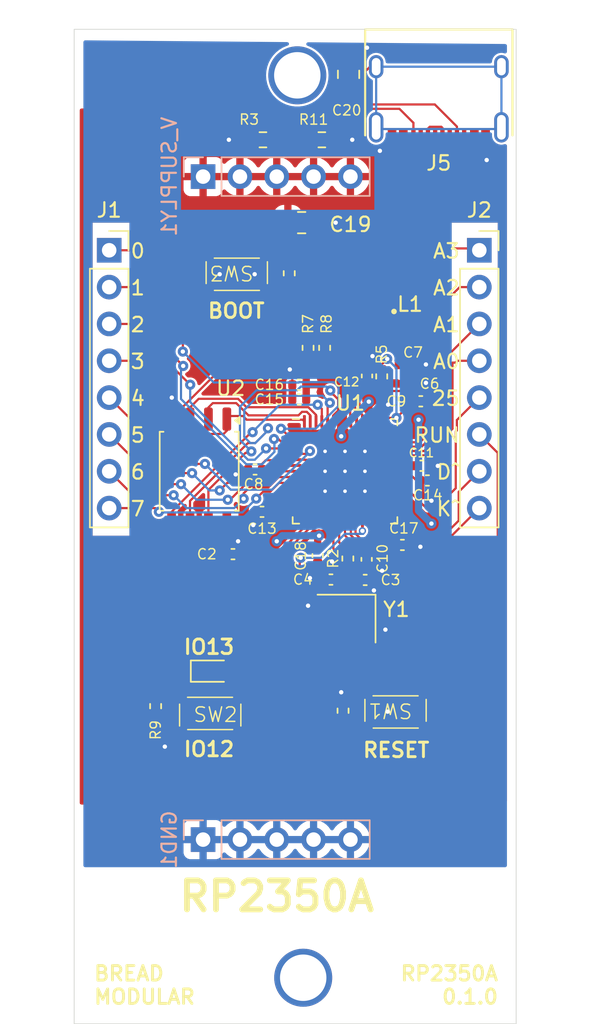
<source format=kicad_pcb>
(kicad_pcb (version 20240108) (generator "pcbnew") (generator_version "8.0")
  (layers (0 "F.Cu" signal) (31 "B.Cu" signal) (34 "B.Paste" user) (35 "F.Paste" user) (36 "B.SilkS" user "B.Silkscreen") (37 "F.SilkS" user "F.Silkscreen") (38 "B.Mask" user) (39 "F.Mask" user) (44 "Edge.Cuts" user))
  (net 0 "")
  (net 1 "GND")
  (net 2 "+3V3")
  (net 3 "/XIN")
  (net 4 "Net-(C4-Pad1)")
  (net 5 "+1V1")
  (net 6 "/VREG_AVDD")
  (net 7 "Net-(J5-SHIELD)")
  (net 8 "Net-(D1-K)")
  (net 11 "/GPIO12")
  (net 12 "/GPIO13")
  (net 13 "/GPIO5")
  (net 14 "/GPIO1")
  (net 15 "/GPIO4")
  (net 19 "/GPIO3")
  (net 20 "/GPIO0")
  (net 21 "/GPIO7")
  (net 22 "/GPIO6")
  (net 23 "/GPIO2")
  (net 25 "/GPIO28_ADC2")
  (net 27 "/GPIO26_ADC0")
  (net 28 "/GPIO25")
  (net 31 "/SWCLK")
  (net 32 "/RUN")
  (net 35 "/GPIO29_ADC3")
  (net 37 "/SWD")
  (net 38 "/GPIO27_ADC1")
  (net 40 "USB_D+")
  (net 41 "USB_D-")
  (net 42 "Net-(J5-VBUS-PadA4)")
  (net 43 "Net-(J5-CC2)")
  (net 44 "Net-(J5-CC1)")
  (net 45 "/VREG_LX")
  (net 46 "QSPI_SS")
  (net 47 "/XOUT")
  (net 48 "Net-(SW1-A)")
  (net 49 "/~{USB_BOOT}")
  (net 50 "Net-(U1-USB_DP)")
  (net 51 "Net-(U1-USB_DM)")
  (net 52 "/QSPI_SD0")
  (net 54 "/QSPI_SD1")
  (net 55 "/QSPI_SD3")
  (net 56 "/QSPI_SCLK")
  (net 57 "/QSPI_SD2")
  (footprint "Resistor_SMD:R_0402_1005Metric" (layer "F.Cu") (at 52.606 87.317 90)
    (property "Reference" "R9")
    (property "Value" "1k")
  )
  (footprint "Resistor_SMD:R_0402_1005Metric" (layer "F.Cu") (at 61.821 57.467 90)
    (property "Reference" "R6")
    (property "Value" "1k")
  )
  (footprint "LED_SMD:LED_0603_1608Metric" (layer "F.Cu") (at 56.5175 84.902)
    (property "Reference" "D1")
    (property "Value" "LED")
  )
  (footprint "RP2350_60QFN_minimal:C_0402_1005Metric_small_pads" (layer "F.Cu") (at 69.843 63.814)
    (property "Reference" "C7")
    (property "Value" "4.7u")
  )
  (footprint "BreadModular_MISC:K2-1808SN-A4SW-01" (layer "F.Cu") (at 56.308 87.907)
    (property "Reference" "SW2")
    (property "Value" "K2-1808SN-A4SW-01")
  )
  (footprint "BreadModular_MISC:K2-1808SN-A4SW-01" (layer "F.Cu") (at 58.265 57.447 180)
    (property "Reference" "SW3")
    (property "Value" "K2-1808SN-A4SW-01")
  )
  (footprint "Capacitor_SMD:C_0402_1005Metric" (layer "F.Cu") (at 70.894 66.294)
    (property "Reference" "C9")
    (property "Value" "4.7u")
  )
  (footprint "RP2350_60QFN_minimal:RP2350-QFN-60-1EP_7x7_P0.4mm_EP3.4x3.4mm_ThermalVias" (layer "F.Cu") (at 65.6675 71.12)
    (property "Reference" "U1")
    (property "Value" "RP2350_60QFN")
  )
  (footprint "Capacitor_SMD:C_0402_1005Metric" (layer "F.Cu") (at 62.512 66.167 180)
    (property "Reference" "C15")
    (property "Value" "100n")
  )
  (footprint "Connector_PinSocket_2.54mm:PinSocket_1x08_P2.54mm_Vertical" (layer "F.Cu") (at 74.93 55.88)
    (property "Reference" "J2")
    (property "Value" "Conn_01x08_Socket")
  )
  (footprint "BreadModular_TypeC:HRO-TYPE-C-31-M-12" (layer "F.Cu") (at 72.136 40.619 180)
    (property "Reference" "J5")
    (property "Value" "USB_C_Receptacle_USB2.0_14P")
  )
  (footprint "RP2350_60QFN_minimal:L_pol_2016" (layer "F.Cu") (at 69.947 61.401)
    (property "Reference" "L1")
    (property "Value" "AOTA-B201610S3R3-101-T")
  )
  (footprint "Capacitor_SMD:C_0402_1005Metric" (layer "F.Cu") (at 67.1576 77.1932 -90)
    (property "Reference" "C10")
    (property "Value" "4.7u")
  )
  (footprint "Capacitor_SMD:C_0402_1005Metric" (layer "F.Cu") (at 70.965 70.739)
    (property "Reference" "C11")
    (property "Value" "100n")
  )
  (footprint "RP2350_60QFN_minimal:C_0402_1005Metric_small_pads" (layer "F.Cu") (at 69.843 65.084)
    (property "Reference" "C6")
    (property "Value" "4.7u")
  )
  (footprint "Resistor_SMD:R_0402_1005Metric" (layer "F.Cu") (at 68.199 64.578 90)
    (property "Reference" "R5")
    (property "Value" "33")
  )
  (footprint "Capacitor_SMD:C_0402_1005Metric" (layer "F.Cu") (at 59.944 73.914 180)
    (property "Reference" "C13")
    (property "Value" "100n")
  )
  (footprint "BreadModular_MISC:K2-1808SN-A4SW-01" (layer "F.Cu") (at 69.215 87.63 180)
    (property "Reference" "SW1")
    (property "Value" "SW_SPST")
  )
  (footprint "Capacitor_SMD:C_0402_1005Metric" (layer "F.Cu") (at 63.782 76.934 -90)
    (property "Reference" "C18")
    (property "Value" "100n")
  )
  (footprint "Capacitor_SMD:C_0805_2012Metric" (layer "F.Cu") (at 65.913 43.749 90)
    (property "Reference" "C20")
    (property "Value" "10nf")
  )
  (footprint "Package_SO:SOIC-8_5.23x5.23mm_P1.27mm" (layer "F.Cu") (at 55.6125 71.12 -90)
    (property "Reference" "U2")
    (property "Value" "W25Q128JVS")
  )
  (footprint "Capacitor_SMD:C_0402_1005Metric" (layer "F.Cu") (at 62.512 65.151 180)
    (property "Reference" "C16")
    (property "Value" "100n")
  )
  (footprint "Capacitor_SMD:C_0402_1005Metric" (layer "F.Cu") (at 59.464 70.993 180)
    (property "Reference" "C8")
    (property "Value" "100n")
  )
  (footprint "Resistor_SMD:R_0603_1608Metric" (layer "F.Cu") (at 64.072 48.26)
    (property "Reference" "R11")
    (property "Value" "5.1k")
  )
  (footprint "Resistor_SMD:R_0402_1005Metric" (layer "F.Cu") (at 65.8622 77.1378 -90)
    (property "Reference" "R2")
    (property "Value" "1k")
  )
  (footprint "Capacitor_SMD:C_0402_1005Metric" (layer "F.Cu") (at 64.6964 78.5876 180)
    (property "Reference" "C4")
    (property "Value" "15p")
  )
  (footprint "Capacitor_SMD:C_0402_1005Metric" (layer "F.Cu") (at 67.183 64.548 90)
    (property "Reference" "C12")
    (property "Value" "100n")
  )
  (footprint "Capacitor_SMD:C_0402_1005Metric" (layer "F.Cu") (at 71.3512 71.755)
    (property "Reference" "C14")
    (property "Value" "100n")
  )
  (footprint "Capacitor_SMD:C_0402_1005Metric" (layer "F.Cu") (at 69.624 76.2)
    (property "Reference" "C17")
    (property "Value" "100n")
  )
  (footprint "Capacitor_SMD:C_0805_2012Metric" (layer "F.Cu") (at 62.677 53.975)
    (property "Reference" "C19")
    (property "Value" "10u")
  )
  (footprint "Capacitor_SMD:C_0402_1005Metric" (layer "F.Cu") (at 67.0586 78.613)
    (property "Reference" "C3")
    (property "Value" "15p")
  )
  (footprint "Resistor_SMD:R_0402_1005Metric" (layer "F.Cu") (at 65.532 87.632 90)
    (property "Reference" "R4")
    (property "Value" "1k")
  )
  (footprint "Crystal:Crystal_SMD_3225-4Pin_3.2x2.5mm" (layer "F.Cu") (at 65.7725 81.28 180)
    (property "Reference" "Y1")
    (property "Value" "ABM8-272-T3")
  )
  (footprint "Capacitor_SMD:C_0402_1005Metric" (layer "F.Cu") (at 57.94 76.835)
    (property "Reference" "C2")
    (property "Value" "100n")
  )
  (footprint "Resistor_SMD:R_0402_1005Metric" (layer "F.Cu") (at 64.262 62.609 -90)
    (property "Reference" "R8")
    (property "Value" "27")
  )
  (footprint "Connector_PinSocket_2.54mm:PinSocket_1x08_P2.54mm_Vertical" (layer "F.Cu") (at 49.403 55.88)
    (property "Reference" "J1")
    (property "Value" "Conn_01x08_Socket")
  )
  (footprint "Resistor_SMD:R_0402_1005Metric" (layer "F.Cu") (at 63.119 62.609 -90)
    (property "Reference" "R7")
    (property "Value" "27")
  )
  (footprint "Resistor_SMD:R_0603_1608Metric" (layer "F.Cu") (at 60.008 48.26 180)
    (property "Reference" "R3")
    (property "Value" "5.1k")
  )
  (footprint "Connector_PinHeader_2.54mm:PinHeader_1x05_P2.54mm_Vertical" (layer "B.Cu") (at 55.88 50.8 -90)
    (property "Reference" "V_SUPPLY1")
    (property "Value" "Conn_01x05_Pin")
  )
  (footprint "Connector_PinHeader_2.54mm:PinHeader_1x05_P2.54mm_Vertical" (layer "B.Cu") (at 55.88 96.52 -90)
    (property "Reference" "GND1")
    (property "Value" "Conn_01x05_Pin")
  )
  (gr_poly (pts (xy 66.421 68.834) (xy 67.8942 68.834) (xy 67.8942 73.787) (xy 62.992 73.787) (xy 62.992 70.358) (xy 63.627 70.358) (xy 63.627 73.152) (xy 67.6656 73.1266) (xy 67.6656 69.0626) (xy 66.421 69.088)) (stroke (width 0.2)) (fill solid) (layer "F.Cu") (net 5))
  (gr_line (start 66.8782 68.072) (end 66.8782 68.834) (stroke (width 0.2)) (layer "F.Cu") (net 5))
  (gr_line (start 65.659 74.168) (end 65.659 73.787) (stroke (width 0.2)) (layer "F.Cu") (net 5))
  (gr_line (start 67.7672 70.739) (end 68.961 70.739) (stroke (width 0.2)) (layer "F.Cu") (net 5))
  (gr_line (start 46.99 109.22) (end 77.47 109.22) (stroke (width 0.05)) (layer "Edge.Cuts"))
  (gr_line (start 77.47 40.64) (end 46.99 40.64) (stroke (width 0.05)) (layer "Edge.Cuts"))
  (gr_line (start 46.99 40.64) (end 46.99 109.22) (stroke (width 0.05)) (layer "Edge.Cuts"))
  (gr_line (start 77.47 109.22) (end 77.47 40.64) (stroke (width 0.05)) (layer "Edge.Cuts"))
  (gr_text "A3" (at 73.66 56.515 0) (layer "F.SilkS") (effects (font (size 1 1)) (justify right bottom)))
  (gr_text "A0" (at 73.66 64.135 0) (layer "F.SilkS") (effects (font (size 1 1)) (justify right bottom)))
  (gr_text "BOOT" (at 56.106 60.64 0) (layer "F.SilkS") (effects (font (size 1 1) (thickness 0.2) (bold yes)) (justify left bottom)))
  (gr_text "5" (at 50.8 69.215 0) (layer "F.SilkS") (effects (font (size 1 1)) (justify left bottom)))
  (gr_text "IO13" (at 56.289 83.82 0) (layer "F.SilkS") (effects (font (size 1 1) (thickness 0.2) (bold yes)) (justify bottom)))
  (gr_text "25" (at 73.66 66.675 0) (layer "F.SilkS") (effects (font (size 1 1)) (justify right bottom)))
  (gr_text "A2" (at 73.66 59.055 0) (layer "F.SilkS") (effects (font (size 1 1)) (justify right bottom)))
  (gr_text "RESET" (at 66.802 90.932 0) (layer "F.SilkS") (effects (font (size 1 1) (thickness 0.2) (bold yes)) (justify left bottom)))
  (gr_text "0" (at 50.8 56.515 0) (layer "F.SilkS") (effects (font (size 1 1)) (justify left bottom)))
  (gr_text "2" (at 50.8 61.595 0) (layer "F.SilkS") (effects (font (size 1 1)) (justify left bottom)))
  (gr_text "RP2350A\n0.1.0" (at 76.327 107.95 0) (layer "F.SilkS") (effects (font (size 1 1) (thickness 0.2) (bold yes)) (justify right bottom)))
  (gr_text "3" (at 50.8 64.135 0) (layer "F.SilkS") (effects (font (size 1 1)) (justify left bottom)))
  (gr_text "RP2350A" (at 60.96 101.6 0) (layer "F.SilkS") (effects (font (size 2 2) (thickness 0.4) (bold yes)) (justify bottom)))
  (gr_text "K^" (at 73.66 74.295 0) (layer "F.SilkS") (effects (font (size 1 1)) (justify right bottom)))
  (gr_text "4" (at 50.8 66.675 0) (layer "F.SilkS") (effects (font (size 1 1)) (justify left bottom)))
  (gr_text "6" (at 50.8 71.755 0) (layer "F.SilkS") (effects (font (size 1 1)) (justify left bottom)))
  (gr_text "RUN" (at 73.66 69.215 0) (layer "F.SilkS") (effects (font (size 1 1)) (justify right bottom)))
  (gr_text "7" (at 50.8 74.295 0) (layer "F.SilkS") (effects (font (size 1 1)) (justify left bottom)))
  (gr_text "1" (at 50.8 59.055 0) (layer "F.SilkS") (effects (font (size 1 1)) (justify left bottom)))
  (gr_text "IO12" (at 56.289 90.871 0) (layer "F.SilkS") (effects (font (size 1 1) (thickness 0.2) (bold yes)) (justify bottom)))
  (gr_text "A1" (at 73.66 61.595 0) (layer "F.SilkS") (effects (font (size 1 1)) (justify right bottom)))
  (gr_text "BREAD\nMODULAR" (at 48.26 107.95 0) (layer "F.SilkS") (effects (font (size 1 1) (thickness 0.2) (bold yes)) (justify left bottom)))
  (gr_text "D^" (at 73.66 71.755 0) (layer "F.SilkS") (effects (font (size 1 1)) (justify right bottom)))
  (via (at 62.784908 106.045) (size 4) (drill 3.2) (layers "F.Cu" "B.Cu") (net 0))
  (via (at 62.37758 43.815) (size 4) (drill 3.2) (layers "F.Cu" "B.Cu") (net 0))
  (segment (start 57.023 57.531) (end 56.125 58.429) (width 0.15) (layer "F.Cu") (net 1))
  (segment (start 70.418 65.024) (end 70.358 65.084) (width 0.15) (layer "F.Cu") (net 1))
  (segment (start 54.258 89.092) (end 53.241 90.109) (width 0.15) (layer "F.Cu") (net 1))
  (segment (start 64.897 48.26) (end 66.167 48.26) (width 0.15) (layer "F.Cu") (net 1))
  (segment (start 63.782 77.414) (end 64.699 77.414) (width 0.15) (layer "F.Cu") (net 1))
  (segment (start 54.258 89.032) (end 58.458 89.032) (width 0.15) (layer "F.Cu") (net 1))
  (segment (start 60.325 58.547) (end 60.325 58.42) (width 0.15) (layer "F.Cu") (net 1))
  (segment (start 59.336161 73.815839) (end 59.492 73.66) (width 0.15) (layer "F.Cu") (net 1))
  (segment (start 67.564 79.241331) (end 67.564 78.486) (width 0.15) (layer "F.Cu") (net 1))
  (segment (start 58.640913 71.336087) (end 58.128087 71.336087) (width 0.15) (layer "F.Cu") (net 1))
  (segment (start 68.0675 67.0951) (end 68.0675 67.6825) (width 0.15) (layer "F.Cu") (net 1))
  (segment (start 53.053 87.827) (end 52.606 87.827) (width 0.15) (layer "F.Cu") (net 1))
  (segment (start 68.78 48.314) (end 68.072 49.022) (width 0.15) (layer "F.Cu") (net 1))
  (segment (start 71.374 66.294) (end 71.374 65.151) (width 0.5) (layer "F.Cu") (net 1))
  (segment (start 66.8725 82.13) (end 68.365 82.13) (width 0.15) (layer "F.Cu") (net 1))
  (segment (start 65.532 86.487) (end 65.405 86.36) (width 0.15) (layer "F.Cu") (net 1))
  (segment (start 64.699 77.414) (end 64.77 77.343) (width 0.15) (layer "F.Cu") (net 1))
  (segment (start 68.2244 77.978) (end 67.4624 77.978) (width 0.15) (layer "F.Cu") (net 1))
  (segment (start 68.64 66.5226) (end 68.0675 67.0951) (width 0.15) (layer "F.Cu") (net 1))
  (segment (start 53.7075 66.0535) (end 53.721 66.04) (width 0.15) (layer "F.Cu") (net 1))
  (segment (start 67.183 63.56) (end 67.564 63.179) (width 0.15) (layer "F.Cu") (net 1))
  (segment (start 64.6725 80.43) (end 63.158 80.43) (width 0.15) (layer "F.Cu") (net 1))
  (segment (start 63.158 80.43) (end 63.119 80.391) (width 0.15) (layer "F.Cu") (net 1))
  (segment (start 67.183 64.068) (end 67.183 63.56) (width 0.15) (layer "F.Cu") (net 1))
  (segment (start 64.191 78.486) (end 63.246 78.486) (width 0.15) (layer "F.Cu") (net 1))
  (segment (start 71.247 63.754) (end 70.418 63.754) (width 0.15) (layer "F.Cu") (net 1))
  (segment (start 63.627 53.975) (end 65.024 53.975) (width 0.15) (layer "F.Cu") (net 1))
  (segment (start 71.374 65.151) (end 71.247 65.024) (width 0.5) (layer "F.Cu") (net 1))
  (segment (start 70.418 63.754) (end 70.358 63.814) (width 0.15) (layer "F.Cu") (net 1))
  (segment (start 58.42 76.073) (end 58.293 75.946) (width 0.15) (layer "F.Cu") (net 1))
  (segment (start 71.628 73.152) (end 71.628 71.9582) (width 0.15) (layer "F.Cu") (net 1))
  (segment (start 61.838 64.957) (end 62.032 65.151) (width 0.15) (layer "F.Cu") (net 1))
  (segment (start 67.660467 79.337798) (end 67.564 79.241331) (width 0.15) (layer "F.Cu") (net 1))
  (segment (start 60.325 58.42) (end 59.436 57.531) (width 0.15) (layer "F.Cu") (net 1))
  (segment (start 70.739 76.2) (end 70.866 76.327) (width 0.15) (layer "F.Cu") (net 1))
  (segment (start 72.067248 70.747426) (end 71.453426 70.747426) (width 0.15) (layer "F.Cu") (net 1))
  (segment (start 75.361 48.314) (end 75.361 49.58) (width 0.15) (layer "F.Cu") (net 1))
  (segment (start 71.247 65.024) (end 70.418 65.024) (width 0.15) (layer "F.Cu") (net 1))
  (segment (start 65.913 42.799) (end 66.802 41.91) (width 0.15) (layer "F.Cu") (net 1))
  (segment (start 59.183 48.26) (end 57.658 48.26) (width 0.15) (layer "F.Cu") (net 1))
  (segment (start 71.628 71.9582) (end 71.8312 71.755) (width 0.15) (layer "F.Cu") (net 1))
  (segment (start 54.258 89.032) (end 54.258 89.092) (width 0.15) (layer "F.Cu") (net 1))
  (segment (start 68.365 82.13) (end 68.453 82.042) (width 0.15) (layer "F.Cu") (net 1))
  (segment (start 75.361 49.58) (end 75.438 49.657) (width 0.15) (layer "F.Cu") (net 1))
  (segment (start 62.032 65.151) (end 62.032 64.272) (width 0.15) (layer "F.Cu") (net 1))
  (segment (start 71.453426 70.747426) (end 71.445 70.739) (width 0.15) (layer "F.Cu") (net 1))
  (segment (start 59.336161 74.827013) (end 59.336161 73.815839) (width 0.15) (layer "F.Cu") (net 1))
  (segment (start 62.032 64.272) (end 61.86 64.1) (width 0.15) (layer "F.Cu") (net 1))
  (segment (start 67.4624 77.978) (end 67.1576 77.6732) (width 0.15) (layer "F.Cu") (net 1))
  (segment (start 62.032 66.167) (end 62.032 65.151) (width 0.5) (layer "F.Cu") (net 1))
  (segment (start 54.258 89.032) (end 53.053 87.827) (width 0.15) (layer "F.Cu") (net 1))
  (segment (start 66.802 41.91) (end 67.183 41.91) (width 0.15) (layer "F.Cu") (net 1))
  (segment (start 65.532 87.122) (end 65.532 86.487) (width 0.15) (layer "F.Cu") (net 1))
  (segment (start 68.911 48.314) (end 68.78 48.314) (width 0.15) (layer "F.Cu") (net 1))
  (segment (start 53.7075 67.52) (end 53.7075 66.0535) (width 0.15) (layer "F.Cu") (net 1))
  (segment (start 56.125 58.429) (end 56.125 58.547) (width 0.15) (layer "F.Cu") (net 1))
  (segment (start 58.984 70.993) (end 58.640913 71.336087) (width 0.15) (layer "F.Cu") (net 1))
  (segment (start 70.104 76.2) (end 70.739 76.2) (width 0.15) (layer "F.Cu") (net 1))
  (segment (start 58.42 76.835) (end 58.42 76.073) (width 0.15) (layer "F.Cu") (net 1))
  (via (at 72.067248 70.747426) (size 0.7) (drill 0.3) (layers "F.Cu" "B.Cu") (net 1))
  (via (at 68.64 66.5226) (size 0.7) (drill 0.3) (layers "F.Cu" "B.Cu") (net 1))
  (via (at 64.77 77.343) (size 0.7) (drill 0.3) (layers "F.Cu" "B.Cu") (net 1))
  (via (at 53.241 90.109) (size 0.7) (drill 0.3) (layers "F.Cu" "B.Cu") (net 1))
  (via (at 63.119 80.391) (size 0.7) (drill 0.3) (layers "F.Cu" "B.Cu") (net 1))
  (via (at 57.023 57.531) (size 0.7) (drill 0.3) (layers "F.Cu" "B.Cu") (net 1))
  (via (at 68.072 49.022) (size 0.7) (drill 0.3) (layers "F.Cu" "B.Cu") (net 1))
  (via (at 75.438 49.657) (size 0.7) (drill 0.3) (layers "F.Cu" "B.Cu") (net 1))
  (via (at 68.2244 77.978) (size 0.7) (drill 0.3) (layers "F.Cu" "B.Cu") (net 1))
  (via (at 66.167 48.26) (size 0.7) (drill 0.3) (layers "F.Cu" "B.Cu") (net 1))
  (via (at 71.247 63.754) (size 0.7) (drill 0.3) (layers "F.Cu" "B.Cu") (net 1))
  (via (at 67.564 63.179) (size 0.7) (drill 0.3) (layers "F.Cu" "B.Cu") (net 1))
  (via (at 59.436 57.531) (size 0.7) (drill 0.3) (layers "F.Cu" "B.Cu") (net 1))
  (via (at 63.246 78.486) (size 0.7) (drill 0.3) (layers "F.Cu" "B.Cu") (net 1))
  (via (at 65.405 86.36) (size 0.7) (drill 0.3) (layers "F.Cu" "B.Cu") (net 1))
  (via (at 67.660467 79.337798) (size 0.7) (drill 0.3) (layers "F.Cu" "B.Cu") (net 1))
  (via (at 53.721 66.04) (size 0.7) (drill 0.3) (layers "F.Cu" "B.Cu") (net 1))
  (via (at 71.628 73.152) (size 0.7) (drill 0.3) (layers "F.Cu" "B.Cu") (net 1))
  (via (at 70.866 76.327) (size 0.7) (drill 0.3) (layers "F.Cu" "B.Cu") (net 1))
  (via (at 68.608 87.696) (size 0.7) (drill 0.3) (layers "F.Cu" "B.Cu") (net 1))
  (via (at 58.128087 71.336087) (size 0.7) (drill 0.3) (layers "F.Cu" "B.Cu") (net 1))
  (via (at 57.658 48.26) (size 0.7) (drill 0.3) (layers "F.Cu" "B.Cu") (net 1))
  (via (at 65.024 53.975) (size 0.7) (drill 0.3) (layers "F.Cu" "B.Cu") (net 1))
  (via (at 71.247 65.024) (size 0.7) (drill 0.3) (layers "F.Cu" "B.Cu") (net 1))
  (via (at 58.293 75.946) (size 0.7) (drill 0.3) (layers "F.Cu" "B.Cu") (net 1))
  (via (at 67.183 41.91) (size 0.7) (drill 0.3) (layers "F.Cu" "B.Cu") (net 1))
  (via (at 68.453 82.042) (size 0.7) (drill 0.3) (layers "F.Cu" "B.Cu") (net 1))
  (via (at 61.86 64.1) (size 0.5) (drill 0.3) (layers "F.Cu" "B.Cu") (net 1))
  (via (at 59.336161 74.827013) (size 0.7) (drill 0.3) (layers "F.Cu" "B.Cu") (net 1))
  (segment (start 65.6675 72.495) (end 65.6675 69.745) (width 0.5) (layer "B.Cu") (net 1))
  (segment (start 67.0425 72.495) (end 64.2925 72.495) (width 0.5) (layer "B.Cu") (net 1))
  (segment (start 64.2925 72.495) (end 64.2925 69.745) (width 0.5) (layer "B.Cu") (net 1))
  (segment (start 67.0425 68.1201) (end 67.0425 69.745) (width 0.5) (layer "B.Cu") (net 1))
  (segment (start 67.0425 69.745) (end 64.2925 69.745) (width 0.5) (layer "B.Cu") (net 1))
  (segment (start 67.0425 72.495) (end 67.0425 69.745) (width 0.5) (layer "B.Cu") (net 1))
  (segment (start 68.64 66.5226) (end 67.0425 68.1201) (width 0.5) (layer "B.Cu") (net 1))
  (segment (start 69.257 65.028) (end 69.313 65.084) (width 0.5) (layer "F.Cu") (net 2))
  (segment (start 61.144124 72.32) (end 62.23 72.32) (width 0.15) (layer "F.Cu") (net 2))
  (segment (start 57.46 74.7775) (end 57.5175 74.72) (width 0.15) (layer "F.Cu") (net 2))
  (segment (start 57.46 76.835) (end 57.46 74.7775) (width 0.15) (layer "F.Cu") (net 2))
  (segment (start 64.4675 75.7685) (end 64.4675 74.5575) (width 0.15) (layer "F.Cu") (net 2))
  (segment (start 70.591201 71.755) (end 69.956201 71.12) (width 0.15) (layer "F.Cu") (net 2))
  (segment (start 62.992 65.151) (end 62.992 66.167) (width 0.5) (layer "F.Cu") (net 2))
  (segment (start 60.452 73.66) (end 60.452 72.828) (width 0.15) (layer "F.Cu") (net 2))
  (segment (start 69.144 76.2) (end 69.144 75.234) (width 0.15) (layer "F.Cu") (net 2))
  (segment (start 69.144 75.234) (end 68.4675 74.5575) (width 0.15) (layer "F.Cu") (net 2))
  (segment (start 69.247 64.816) (end 69.328 64.897) (width 0.15) (layer "F.Cu") (net 2))
  (segment (start 60.636124 72.828) (end 61.144124 72.32) (width 0.15) (layer "F.Cu") (net 2))
  (segment (start 60.452 72.828) (end 60.636124 72.828) (width 0.15) (layer "F.Cu") (net 2))
  (segment (start 69.956201 71.12) (end 69.105 71.12) (width 0.15) (layer "F.Cu") (net 2))
  (segment (start 70.8712 71.755) (end 70.591201 71.755) (width 0.15) (layer "F.Cu") (net 2))
  (segment (start 67.183 65.028) (end 69.257 65.028) (width 0.5) (layer "F.Cu") (net 2))
  (segment (start 68.199 65.151) (end 68.199 64.837) (width 0.15) (layer "F.Cu") (net 2))
  (segment (start 63.782 76.454) (end 64.4675 75.7685) (width 0.15) (layer "F.Cu") (net 2))
  (via (at 67.31 66.3194) (size 0.7) (drill 0.3) (layers "F.Cu" "B.Cu") (net 2))
  (via (at 71.628 74.7268) (size 0.7) (drill 0.3) (layers "F.Cu" "B.Cu") (net 2))
  (via (at 63.881 75.565) (size 0.7) (drill 0.3) (layers "F.Cu" "B.Cu") (net 2))
  (via (at 65.405 68.707) (size 0.7) (drill 0.3) (layers "F.Cu" "B.Cu") (net 2))
  (via (at 70.739 67.564) (size 0.7) (drill 0.3) (layers "F.Cu" "B.Cu") (net 2))
  (via (at 60.96 75.946) (size 0.7) (drill 0.3) (layers "F.Cu" "B.Cu") (net 2))
  (segment (start 63.881 75.565) (end 61.341 75.565) (width 0.5) (layer "B.Cu") (net 2))
  (segment (start 61.341 75.565) (end 60.96 75.946) (width 0.5) (layer "B.Cu") (net 2))
  (segment (start 65.405 68.2244) (end 67.31 66.3194) (width 0.5) (layer "B.Cu") (net 2))
  (segment (start 71.628 74.7268) (end 70.739 73.8378) (width 0.5) (layer "B.Cu") (net 2))
  (segment (start 65.405 68.707) (end 65.405 68.2244) (width 0.5) (layer "B.Cu") (net 2))
  (segment (start 70.739 73.8378) (end 70.739 67.564) (width 0.5) (layer "B.Cu") (net 2))
  (segment (start 66.187058 77.1398) (end 65.541342 77.1398) (width 0.15) (layer "F.Cu") (net 3))
  (segment (start 66.8725 80.43) (end 66.8725 78.9069) (width 0.15) (layer "F.Cu") (net 3))
  (segment (start 65.541342 77.1398) (end 64.8675 76.465958) (width 0.15) (layer "F.Cu") (net 3))
  (segment (start 66.5786 77.531342) (end 66.187058 77.1398) (width 0.15) (layer "F.Cu") (net 3))
  (segment (start 66.8725 78.9069) (end 66.5786 78.613) (width 0.15) (layer "F.Cu") (net 3))
  (segment (start 64.8675 76.465958) (end 64.8675 74.5575) (width 0.15) (layer "F.Cu") (net 3))
  (segment (start 66.5786 78.613) (end 66.5786 77.531342) (width 0.15) (layer "F.Cu") (net 3))
  (segment (start 65.913 77.724) (end 65.151 78.486) (width 0.15) (layer "F.Cu") (net 4))
  (segment (start 65.786 79.121) (end 65.786 81.0165) (width 0.15) (layer "F.Cu") (net 4))
  (segment (start 65.151 78.486) (end 65.786 79.121) (width 0.15) (layer "F.Cu") (net 4))
  (segment (start 65.786 81.0165) (end 64.6725 82.13) (width 0.15) (layer "F.Cu") (net 4))
  (segment (start 66.831514 76.7132) (end 67.1576 76.7132) (width 0.15) (layer "F.Cu") (net 5))
  (segment (start 62.23 70.32) (end 61.37444 70.32) (width 0.15) (layer "F.Cu") (net 5))
  (segment (start 65.6675 74.5575) (end 65.6675 75.549186) (width 0.15) (layer "F.Cu") (net 5))
  (segment (start 66.627802 66.38587) (end 66.627802 63.302025) (width 0.15) (layer "F.Cu") (net 5))
  (segment (start 66.8675 67.230442) (end 66.6675 67.030442) (width 0.15) (layer "F.Cu") (net 5))
  (segment (start 66.627802 63.302025) (end 68.528827 61.401) (width 0.15) (layer "F.Cu") (net 5))
  (segment (start 62.23 70.32) (end 62.9425 70.32) (width 0.15) (layer "F.Cu") (net 5))
  (segment (start 65.6675 75.549186) (end 66.831514 76.7132) (width 0.15) (layer "F.Cu") (net 5))
  (segment (start 66.8675 67.6825) (end 66.8675 67.230442) (width 0.15) (layer "F.Cu") (net 5))
  (segment (start 61.33644 70.358) (end 60.198 70.358) (width 0.15) (layer "F.Cu") (net 5))
  (segment (start 68.528827 61.401) (end 69.247 61.401) (width 0.15) (layer "F.Cu") (net 5))
  (segment (start 60.198 70.358) (end 59.888 70.668) (width 0.15) (layer "F.Cu") (net 5))
  (segment (start 66.6675 66.425568) (end 66.627802 66.38587) (width 0.15) (layer "F.Cu") (net 5))
  (segment (start 69.247 61.401) (end 69.247 63.733) (width 0.15) (layer "F.Cu") (net 5))
  (segment (start 69.124 70.739) (end 69.105 70.72) (width 0.15) (layer "F.Cu") (net 5))
  (segment (start 66.6675 67.030442) (end 66.6675 66.425568) (width 0.15) (layer "F.Cu") (net 5))
  (segment (start 70.485 70.739) (end 69.124 70.739) (width 0.15) (layer "F.Cu") (net 5))
  (segment (start 61.37444 70.32) (end 61.33644 70.358) (width 0.15) (layer "F.Cu") (net 5))
  (segment (start 68.199 63.754) (end 68.58 63.373) (width 0.15) (layer "F.Cu") (net 6))
  (segment (start 70.358 66.294) (end 69.215 67.437) (width 0.15) (layer "F.Cu") (net 6))
  (segment (start 68.713 67.437) (end 68.4675 67.6825) (width 0.15) (layer "F.Cu") (net 6))
  (segment (start 69.215 67.437) (end 68.713 67.437) (width 0.15) (layer "F.Cu") (net 6))
  (segment (start 70.414 66.294) (end 70.358 66.294) (width 0.15) (layer "F.Cu") (net 6))
  (via (at 68.58 63.373) (size 0.7) (drill 0.3) (layers "F.Cu" "B.Cu") (net 6))
  (via (at 69.215 67.437) (size 0.7) (drill 0.3) (layers "F.Cu" "B.Cu") (net 6))
  (segment (start 69.215 64.008) (end 68.58 63.373) (width 0.15) (layer "B.Cu") (net 6))
  (segment (start 69.215 67.437) (end 69.215 64.008) (width 0.15) (layer "B.Cu") (net 6))
  (segment (start 67.393 43.219) (end 67.816 43.219) (width 0.15) (layer "F.Cu") (net 7))
  (segment (start 65.913 44.699) (end 67.393 43.219) (width 0.15) (layer "F.Cu") (net 7))
  (segment (start 76.456 47.399) (end 76.336 47.519) (width 0.15) (layer "B.Cu") (net 7))
  (segment (start 67.816 43.219) (end 67.816 47.399) (width 0.15) (layer "B.Cu") (net 7))
  (segment (start 76.456 43.219) (end 76.456 47.399) (width 0.15) (layer "B.Cu") (net 7))
  (segment (start 76.336 47.519) (end 67.936 47.519) (width 0.15) (layer "B.Cu") (net 7))
  (segment (start 67.936 47.519) (end 67.816 47.399) (width 0.15) (layer "B.Cu") (net 7))
  (segment (start 67.816 43.219) (end 76.456 43.219) (width 0.15) (layer "B.Cu") (net 7))
  (segment (start 54.511 84.902) (end 55.73 84.902) (width 0.15) (layer "F.Cu") (net 8))
  (segment (start 52.606 86.807) (end 54.511 84.902) (width 0.15) (layer "F.Cu") (net 8))
  (segment (start 62.8675 74.970736) (end 62.8675 74.5575) (width 0.15) (layer "F.Cu") (net 11))
  (segment (start 60.325 77.513236) (end 62.8675 74.970736) (width 0.15) (layer "F.Cu") (net 11))
  (segment (start 56.515 83.695736) (end 60.325 79.885736) (width 0.15) (layer "F.Cu") (net 11))
  (segment (start 57.773 86.807) (end 56.515 85.549) (width 0.15) (layer "F.Cu") (net 11))
  (segment (start 56.515 85.549) (end 56.515 83.695736) (width 0.15) (layer "F.Cu") (net 11))
  (segment (start 58.448 86.807) (end 57.773 86.807) (width 0.15) (layer "F.Cu") (net 11))
  (segment (start 58.448 86.807) (end 54.248 86.807) (width 0.15) (layer "F.Cu") (net 11))
  (segment (start 60.325 79.885736) (end 60.325 77.513236) (width 0.15) (layer "F.Cu") (net 11))
  (segment (start 63.2675 74.5575) (end 63.2675 74.995) (width 0.15) (layer "F.Cu") (net 12))
  (segment (start 60.625 77.6375) (end 60.625 80.01) (width 0.15) (layer "F.Cu") (net 12))
  (segment (start 57.305 83.33) (end 60.625 80.01) (width 0.15) (layer "F.Cu") (net 12))
  (segment (start 57.305 84.902) (end 57.305 83.33) (width 0.15) (layer "F.Cu") (net 12))
  (segment (start 63.2675 74.995) (end 60.625 77.6375) (width 0.15) (layer "F.Cu") (net 12))
  (segment (start 62.23 71.12) (end 60.820542 71.12) (width 0.15) (layer "F.Cu") (net 13))
  (segment (start 58.897528 71.928) (end 57.743115 73.082413) (width 0.15) (layer "F.Cu") (net 13))
  (segment (start 60.820542 71.37079) (end 60.263332 71.928) (width 0.15) (layer "F.Cu") (net 13))
  (segment (start 60.820542 71.12) (end 60.820542 71.37079) (width 0.15) (layer "F.Cu") (net 13))
  (segment (start 60.263332 71.928) (end 58.897528 71.928) (width 0.15) (layer "F.Cu") (net 13))
  (segment (start 57.743115 73.082413) (end 57.580957 73.082413) (width 0.15) (layer "F.Cu") (net 13))
  (segment (start 52.832 72.009) (end 49.403 68.58) (width 0.15) (layer "F.Cu") (net 13))
  (segment (start 54.356 72.009) (end 52.832 72.009) (width 0.15) (layer "F.Cu") (net 13))
  (via (at 57.580957 73.082413) (size 0.7) (drill 0.3) (layers "F.Cu" "B.Cu") (net 13))
  (via (at 54.356 72.009) (size 0.7) (drill 0.3) (layers "F.Cu" "B.Cu") (net 13))
  (segment (start 55.429413 73.082413) (end 54.356 72.009) (width 0.15) (layer "B.Cu") (net 13))
  (segment (start 57.580957 73.082413) (end 55.429413 73.082413) (width 0.15) (layer "B.Cu") (net 13))
  (segment (start 61.075243 68.89507) (end 61.300173 69.12) (width 0.15) (layer "F.Cu") (net 14))
  (segment (start 53.848 59.944) (end 52.324 58.42) (width 0.15) (layer "F.Cu") (net 14))
  (segment (start 60.771545 68.89507) (end 61.075243 68.89507) (width 0.15) (layer "F.Cu") (net 14))
  (segment (start 61.300173 69.12) (end 62.23 69.12) (width 0.15) (layer "F.Cu") (net 14))
  (segment (start 52.324 58.42) (end 49.403 58.42) (width 0.15) (layer "F.Cu") (net 14))
  (segment (start 53.848 63.194826) (end 53.848 59.944) (width 0.15) (layer "F.Cu") (net 14))
  (segment (start 54.508587 63.855413) (end 53.848 63.194826) (width 0.15) (layer "F.Cu") (net 14))
  (via (at 60.771545 68.89507) (size 0.7) (drill 0.3) (layers "F.Cu" "B.Cu") (net 14))
  (via (at 54.508587 63.855413) (size 0.7) (drill 0.3) (layers "F.Cu" "B.Cu") (net 14))
  (segment (start 54.356 66.134437) (end 58.858963 70.6374) (width 0.15) (layer "B.Cu") (net 14))
  (segment (start 60.799255 69.783611) (end 60.799255 68.92278) (width 0.15) (layer "B.Cu") (net 14))
  (segment (start 54.356 64.008) (end 54.356 66.134437) (width 0.15) (layer "B.Cu") (net 14))
  (segment (start 58.858963 70.6374) (end 59.945466 70.6374) (width 0.15) (layer "B.Cu") (net 14))
  (segment (start 54.508587 63.855413) (end 54.356 64.008) (width 0.15) (layer "B.Cu") (net 14))
  (segment (start 59.945466 70.6374) (end 60.799255 69.783611) (width 0.15) (layer "B.Cu") (net 14))
  (segment (start 60.799255 68.92278) (end 60.771545 68.89507) (width 0.15) (layer "B.Cu") (net 14))
  (segment (start 57.553087 71.911087) (end 57.023 72.441174) (width 0.15) (layer "F.Cu") (net 15))
  (segment (start 62.23 70.72) (end 61.51354 70.72) (width 0.15) (layer "F.Cu") (net 15))
  (segment (start 60.449 70.937542) (end 60.449 71.318068) (width 0.15) (layer "F.Cu") (net 15))
  (segment (start 60.139068 71.628) (end 58.773264 71.628) (width 0.15) (layer "F.Cu") (net 15))
  (segment (start 58.490177 71.911087) (end 57.553087 71.911087) (width 0.15) (layer "F.Cu") (net 15))
  (segment (start 55.118 71.247) (end 54.61 71.247) (width 0.15) (layer "F.Cu") (net 15))
  (segment (start 60.449 71.318068) (end 60.139068 71.628) (width 0.15) (layer "F.Cu") (net 15))
  (segment (start 58.773264 71.628) (end 58.490177 71.911087) (width 0.15) (layer "F.Cu") (net 15))
  (segment (start 61.51354 70.72) (end 61.436082 70.797458) (width 0.15) (layer "F.Cu") (net 15))
  (segment (start 54.61 71.247) (end 49.403 66.04) (width 0.15) (layer "F.Cu") (net 15))
  (segment (start 61.436082 70.797458) (end 60.589084 70.797458) (width 0.15) (layer "F.Cu") (net 15))
  (segment (start 60.589084 70.797458) (end 60.449 70.937542) (width 0.15) (layer "F.Cu") (net 15))
  (via (at 55.118 71.247) (size 0.7) (drill 0.3) (layers "F.Cu" "B.Cu") (net 15))
  (via (at 57.023 72.441174) (size 0.7) (drill 0.3) (layers "F.Cu" "B.Cu") (net 15))
  (segment (start 56.312174 72.441174) (end 55.118 71.247) (width 0.15) (layer "B.Cu") (net 15))
  (segment (start 57.023 72.441174) (end 56.312174 72.441174) (width 0.15) (layer "B.Cu") (net 15))
  (segment (start 51.689 64.389) (end 50.8 63.5) (width 0.15) (layer "F.Cu") (net 19))
  (segment (start 62.23 69.92) (end 63.049 69.92) (width 0.15) (layer "F.Cu") (net 19))
  (segment (start 55.465014 70.612) (end 51.689 66.835986) (width 0.15) (layer "F.Cu") (net 19))
  (segment (start 51.689 66.835986) (end 51.689 64.389) (width 0.15) (layer "F.Cu") (net 19))
  (segment (start 50.8 63.5) (end 49.403 63.5) (width 0.15) (layer "F.Cu") (net 19))
  (segment (start 56.007 70.612) (end 55.465014 70.612) (width 0.15) (layer "F.Cu") (net 19))
  (segment (start 63.049 69.92) (end 63.246 69.723) (width 0.15) (layer "F.Cu") (net 19))
  (via (at 56.007 70.612) (size 0.7) (drill 0.3) (layers "F.Cu" "B.Cu") (net 19))
  (via (at 63.246 69.723) (size 0.7) (drill 0.3) (layers "F.Cu" "B.Cu") (net 19))
  (segment (start 63.246 69.723) (end 63.246 69.774173) (width 0.15) (layer "B.Cu") (net 19))
  (segment (start 57.785 72.39) (end 56.007 70.612) (width 0.15) (layer "B.Cu") (net 19))
  (segment (start 60.630173 72.39) (end 57.785 72.39) (width 0.15) (layer "B.Cu") (net 19))
  (segment (start 63.246 69.774173) (end 60.630173 72.39) (width 0.15) (layer "B.Cu") (net 19))
  (segment (start 61.250262 68.185548) (end 61.26914 68.185548) (width 0.15) (layer "F.Cu") (net 20))
  (segment (start 54.483 62.865) (end 54.483 58.293) (width 0.15) (layer "F.Cu") (net 20))
  (segment (start 61.803592 68.72) (end 62.23 68.72) (width 0.15) (layer "F.Cu") (net 20))
  (segment (start 54.483 58.293) (end 52.07 55.88) (width 0.15) (layer "F.Cu") (net 20))
  (segment (start 52.07 55.88) (end 49.403 55.88) (width 0.15) (layer "F.Cu") (net 20))
  (segment (start 61.26914 68.185548) (end 61.803592 68.72) (width 0.15) (layer "F.Cu") (net 20))
  (via (at 61.250262 68.185548) (size 0.7) (drill 0.3) (layers "F.Cu" "B.Cu") (net 20))
  (via (at 54.483 62.865) (size 0.7) (drill 0.3) (layers "F.Cu" "B.Cu") (net 20))
  (segment (start 54.483 62.865) (end 56.618 65) (width 0.15) (layer "B.Cu") (net 20))
  (segment (start 64.890248 64.972033) (end 65.227075 65.30886) (width 0.15) (layer "B.Cu") (net 20))
  (segment (start 65.227075 66.602339) (end 63.643866 68.185548) (width 0.15) (layer "B.Cu") (net 20))
  (segment (start 63.643866 68.185548) (end 61.250262 68.185548) (width 0.15) (layer "B.Cu") (net 20))
  (segment (start 62.504879 64.972033) (end 64.890248 64.972033) (width 0.15) (layer "B.Cu") (net 20))
  (segment (start 56.618 65) (end 62.476912 65) (width 0.15) (layer "B.Cu") (net 20))
  (segment (start 62.476912 65) (end 62.504879 64.972033) (width 0.15) (layer "B.Cu") (net 20))
  (segment (start 65.227075 65.30886) (end 65.227075 66.602339) (width 0.15) (layer "B.Cu") (net 20))
  (segment (start 59.542966 73.004966) (end 60.019932 72.528) (width 0.15) (layer "F.Cu") (net 21))
  (segment (start 52.578 73.66) (end 52.832 73.914) (width 0.15) (layer "F.Cu") (net 21))
  (segment (start 61.11986 71.92) (end 62.23 71.92) (width 0.15) (layer "F.Cu") (net 21))
  (segment (start 60.019932 72.528) (end 60.51186 72.528) (width 0.15) (layer "F.Cu") (net 21))
  (segment (start 49.403 73.66) (end 52.578 73.66) (width 0.15) (layer "F.Cu") (net 21))
  (segment (start 60.51186 72.528) (end 61.11986 71.92) (width 0.15) (layer "F.Cu") (net 21))
  (via (at 52.832 73.914) (size 0.7) (drill 0.3) (layers "F.Cu" "B.Cu") (net 21))
  (via (at 59.542966 73.004966) (size 0.7) (drill 0.3) (layers "F.Cu" "B.Cu") (net 21))
  (segment (start 52.875413 73.957413) (end 52.832 73.914) (width 0.15) (layer "B.Cu") (net 21))
  (segment (start 59.542966 73.004966) (end 58.590519 73.957413) (width 0.15) (layer "B.Cu") (net 21))
  (segment (start 58.590519 73.957413) (end 52.875413 73.957413) (width 0.15) (layer "B.Cu") (net 21))
  (segment (start 53.848 72.771) (end 51.054 72.771) (width 0.15) (layer "F.Cu") (net 22))
  (segment (start 58.674 72.644) (end 58.674 73.011) (width 0.15) (layer "F.Cu") (net 22))
  (segment (start 60.387596 72.228) (end 59.09 72.228) (width 0.15) (layer "F.Cu") (net 22))
  (segment (start 51.054 72.771) (end 49.403 71.12) (width 0.15) (layer "F.Cu") (net 22))
  (segment (start 62.23 71.52) (end 61.095596 71.52) (width 0.15) (layer "F.Cu") (net 22))
  (segment (start 59.09 72.228) (end 58.674 72.644) (width 0.15) (layer "F.Cu") (net 22))
  (segment (start 61.095596 71.52) (end 60.387596 72.228) (width 0.15) (layer "F.Cu") (net 22))
  (via (at 53.848 72.771) (size 0.7) (drill 0.3) (layers "F.Cu" "B.Cu") (net 22))
  (via (at 58.674 73.011) (size 0.7) (drill 0.3) (layers "F.Cu" "B.Cu") (net 22))
  (segment (start 58.674 73.011) (end 58.027587 73.657413) (width 0.15) (layer "B.Cu") (net 22))
  (segment (start 54.734413 73.657413) (end 53.848 72.771) (width 0.15) (layer "B.Cu") (net 22))
  (segment (start 58.027587 73.657413) (end 54.734413 73.657413) (width 0.15) (layer "B.Cu") (net 22))
  (segment (start 61.724738 69.545438) (end 61.750176 69.52) (width 0.15) (layer "F.Cu") (net 23))
  (segment (start 61.750176 69.52) (end 62.23 69.52) (width 0.15) (layer "F.Cu") (net 23))
  (segment (start 50.8 60.96) (end 49.403 60.96) (width 0.15) (layer "F.Cu") (net 23))
  (segment (start 54.991 65.151) (end 50.8 60.96) (width 0.15) (layer "F.Cu") (net 23))
  (segment (start 60.224255 69.545438) (end 61.724738 69.545438) (width 0.15) (layer "F.Cu") (net 23))
  (via (at 60.224255 69.545438) (size 0.7) (drill 0.3) (layers "F.Cu" "B.Cu") (net 23))
  (via (at 54.991 65.151) (size 0.7) (drill 0.3) (layers "F.Cu" "B.Cu") (net 23))
  (segment (start 59.446106 70.323587) (end 58.969414 70.323587) (width 0.15) (layer "B.Cu") (net 23))
  (segment (start 54.991 66.345173) (end 54.991 65.151) (width 0.15) (layer "B.Cu") (net 23))
  (segment (start 58.969414 70.323587) (end 54.991 66.345173) (width 0.15) (layer "B.Cu") (net 23))
  (segment (start 60.224255 69.545438) (end 59.446106 70.323587) (width 0.15) (layer "B.Cu") (net 23))
  (segment (start 69.105 69.52) (end 69.532794 69.52) (width 0.15) (layer "F.Cu") (net 25))
  (segment (start 69.532794 69.52) (end 69.632794 69.42) (width 0.15) (layer "F.Cu") (net 25))
  (segment (start 69.632794 69.42) (end 70.958264 69.42) (width 0.15) (layer "F.Cu") (net 25))
  (segment (start 72.436 59.563) (end 73.579 58.42) (width 0.15) (layer "F.Cu") (net 25))
  (segment (start 72.482 59.609) (end 72.436 59.563) (width 0.15) (layer "F.Cu") (net 25))
  (segment (start 73.579 58.42) (end 74.93 58.42) (width 0.15) (layer "F.Cu") (net 25))
  (segment (start 70.958264 69.42) (end 72.482 67.896264) (width 0.15) (layer "F.Cu") (net 25))
  (segment (start 72.482 67.896264) (end 72.482 59.609) (width 0.15) (layer "F.Cu") (net 25))
  (segment (start 73.082 63.627) (end 73.279 63.627) (width 0.15) (layer "F.Cu") (net 27))
  (segment (start 73.406 63.5) (end 74.93 63.5) (width 0.15) (layer "F.Cu") (net 27))
  (segment (start 73.082 68.185264) (end 73.082 63.627) (width 0.15) (layer "F.Cu") (net 27))
  (segment (start 70.073932 70.32) (end 70.370932 70.023) (width 0.15) (layer "F.Cu") (net 27))
  (segment (start 71.244264 70.023) (end 73.082 68.185264) (width 0.15) (layer "F.Cu") (net 27))
  (segment (start 69.105 70.32) (end 70.073932 70.32) (width 0.15) (layer "F.Cu") (net 27))
  (segment (start 70.370932 70.023) (end 71.244264 70.023) (width 0.15) (layer "F.Cu") (net 27))
  (segment (start 73.279 63.627) (end 73.406 63.5) (width 0.15) (layer "F.Cu") (net 27))
  (segment (start 69.532794 71.52) (end 69.105 71.52) (width 0.15) (layer "F.Cu") (net 28))
  (segment (start 71.348994 73.7362) (end 69.7675 72.154706) (width 0.15) (layer "F.Cu") (net 28))
  (segment (start 73.382 67.588) (end 73.382 68.309528) (width 0.15) (layer "F.Cu") (net 28))
  (segment (start 73.382 68.309528) (end 73.3044 68.387128) (width 0.15) (layer "F.Cu") (net 28))
  (segment (start 73.3044 68.387128) (end 73.3044 72.288773) (width 0.15) (layer "F.Cu") (net 28))
  (segment (start 71.856973 73.7362) (end 71.348994 73.7362) (width 0.15) (layer "F.Cu") (net 28))
  (segment (start 69.7675 72.154706) (end 69.7675 71.754706) (width 0.15) (layer "F.Cu") (net 28))
  (segment (start 73.3044 72.288773) (end 71.856973 73.7362) (width 0.15) (layer "F.Cu") (net 28))
  (segment (start 74.93 66.04) (end 73.382 67.588) (width 0.15) (layer "F.Cu") (net 28))
  (segment (start 69.7675 71.754706) (end 69.532794 71.52) (width 0.15) (layer "F.Cu") (net 28))
  (segment (start 68.326 76.0682) (end 68.326 76.636332) (width 0.15) (layer "F.Cu") (net 31))
  (segment (start 68.326 76.636332) (end 68.900868 77.2112) (width 0.15) (layer "F.Cu") (net 31))
  (segment (start 71.3788 77.2112) (end 74.93 73.66) (width 0.15) (layer "F.Cu") (net 31))
  (segment (start 68.900868 77.2112) (end 71.3788 77.2112) (width 0.15) (layer "F.Cu") (net 31))
  (segment (start 66.0675 74.5575) (end 66.0675 75.524922) (width 0.15) (layer "F.Cu") (net 31))
  (segment (start 66.610778 76.0682) (end 68.326 76.0682) (width 0.15) (layer "F.Cu") (net 31))
  (segment (start 66.0675 75.524922) (end 66.610778 76.0682) (width 0.15) (layer "F.Cu") (net 31))
  (segment (start 66.867501 74.557501) (end 66.8675 74.5575) (width 0.15) (layer "F.Cu") (net 32))
  (segment (start 67.065 86.505) (end 62.544 81.984) (width 0.15) (layer "F.Cu") (net 32))
  (segment (start 76.2 69.85) (end 74.93 68.58) (width 0.15) (layer "F.Cu") (net 32))
  (segment (start 66.867501 75.228907) (end 66.867501 74.557501) (width 0.15) (layer "F.Cu") (net 32))
  (segment (start 76.2 81.57) (end 76.2 69.85) (width 0.15) (layer "F.Cu") (net 32))
  (segment (start 66.929 75.290406) (end 66.867501 75.228907) (width 0.15) (layer "F.Cu") (net 32))
  (segment (start 62.544 81.984) (end 62.544 77.156) (width 0.15) (layer "F.Cu") (net 32))
  (segment (start 62.544 77.156) (end 62.611 77.089) (width 0.15) (layer "F.Cu") (net 32))
  (segment (start 71.265 86.505) (end 76.2 81.57) (width 0.15) (layer "F.Cu") (net 32))
  (segment (start 67.065 86.505) (end 71.265 86.505) (width 0.15) (layer "F.Cu") (net 32))
  (via (at 62.611 77.089) (size 0.7) (drill 0.3) (layers "F.Cu" "B.Cu") (net 32))
  (via (at 66.867501 75.228907) (size 0.5) (drill 0.3) (layers "F.Cu" "B.Cu") (net 32))
  (segment (start 65.659 75.438) (end 66.929 75.438) (width 0.15) (layer "B.Cu") (net 32))
  (segment (start 62.611 77.089) (end 64.008 77.089) (width 0.15) (layer "B.Cu") (net 32))
  (segment (start 64.008 77.089) (end 65.659 75.438) (width 0.15) (layer "B.Cu") (net 32))
  (segment (start 72.136 62.948736) (end 72.136 55.753) (width 0.15) (layer "F.Cu") (net 35))
  (segment (start 69.105 69.12) (end 70.834 69.12) (width 0.15) (layer "F.Cu") (net 35))
  (segment (start 72.182 67.772) (end 72.182 62.994736) (width 0.15) (layer "F.Cu") (net 35))
  (segment (start 72.182 62.994736) (end 72.136 62.948736) (width 0.15) (layer "F.Cu") (net 35))
  (segment (start 74.803 55.753) (end 74.93 55.88) (width 0.15) (layer "F.Cu") (net 35))
  (segment (start 70.834 69.12) (end 72.182 67.772) (width 0.15) (layer "F.Cu") (net 35))
  (segment (start 72.136 55.753) (end 74.803 55.753) (width 0.15) (layer "F.Cu") (net 35))
  (segment (start 73.5076 74.5236) (end 73.5076 72.5424) (width 0.15) (layer "F.Cu") (net 37))
  (segment (start 66.392501 75.425659) (end 66.735042 75.7682) (width 0.15) (layer "F.Cu") (net 37))
  (segment (start 71.12 76.9112) (end 73.5076 74.5236) (width 0.15) (layer "F.Cu") (net 37))
  (segment (start 66.392501 74.632499) (end 66.392501 75.425659) (width 0.15) (layer "F.Cu") (net 37))
  (segment (start 68.532268 75.7682) (end 68.639 75.874932) (width 0.15) (layer "F.Cu") (net 37))
  (segment (start 69.025132 76.9112) (end 71.12 76.9112) (width 0.15) (layer "F.Cu") (net 37))
  (segment (start 73.5076 72.5424) (end 74.93 71.12) (width 0.15) (layer "F.Cu") (net 37))
  (segment (start 68.639 75.874932) (end 68.639 76.525068) (width 0.15) (layer "F.Cu") (net 37))
  (segment (start 68.639 76.525068) (end 69.025132 76.9112) (width 0.15) (layer "F.Cu") (net 37))
  (segment (start 66.4675 74.5575) (end 66.392501 74.632499) (width 0.15) (layer "F.Cu") (net 37))
  (segment (start 66.735042 75.7682) (end 68.532268 75.7682) (width 0.15) (layer "F.Cu") (net 37))
  (segment (start 72.782 63.108) (end 74.93 60.96) (width 0.15) (layer "F.Cu") (net 38))
  (segment (start 69.105 69.92) (end 69.557058 69.92) (width 0.15) (layer "F.Cu") (net 38))
  (segment (start 71.12 69.723) (end 72.782 68.061) (width 0.15) (layer "F.Cu") (net 38))
  (segment (start 69.754058 69.723) (end 71.12 69.723) (width 0.15) (layer "F.Cu") (net 38))
  (segment (start 72.782 68.061) (end 72.782 63.108) (width 0.15) (layer "F.Cu") (net 38))
  (segment (start 69.557058 69.92) (end 69.754058 69.723) (width 0.15) (layer "F.Cu") (net 38))
  (segment (start 72.386 47.439) (end 72.386 48.314) (width 0.15) (layer "F.Cu") (net 40))
  (segment (start 71.374 50.546) (end 63.119 58.801) (width 0.5) (layer "F.Cu") (net 40))
  (segment (start 71.386 48.314) (end 71.386 47.489) (width 0.15) (layer "F.Cu") (net 40))
  (segment (start 72.311 47.364) (end 72.386 47.439) (width 0.15) (layer "F.Cu") (net 40))
  (segment (start 71.386 47.489) (end 71.511 47.364) (width 0.15) (layer "F.Cu") (net 40))
  (segment (start 71.374 49.911) (end 71.374 50.546) (width 0.5) (layer "F.Cu") (net 40))
  (segment (start 71.386 48.314) (end 71.386 49.899) (width 0.15) (layer "F.Cu") (net 40))
  (segment (start 71.511 47.364) (end 72.311 47.364) (width 0.15) (layer "F.Cu") (net 40))
  (segment (start 63.119 58.801) (end 63.119 62.099) (width 0.5) (layer "F.Cu") (net 40))
  (segment (start 71.386 49.899) (end 71.374 49.911) (width 0.15) (layer "F.Cu") (net 40))
  (segment (start 72.517 49.264) (end 72.517 50.038) (width 0.15) (layer "F.Cu") (net 41))
  (segment (start 72.517 50.8) (end 72.517 50.038) (width 0.5) (layer "F.Cu") (net 41))
  (segment (start 72.517 49.264) (end 72.811 49.264) (width 0.15) (layer "F.Cu") (net 41))
  (segment (start 64.389 58.928) (end 72.517 50.8) (width 0.5) (layer "F.Cu") (net 41))
  (segment (start 72.811 49.264) (end 72.886 49.189) (width 0.15) (layer "F.Cu") (net 41))
  (segment (start 71.961 49.264) (end 72.39 49.264) (width 0.15) (layer "F.Cu") (net 41))
  (segment (start 72.886 49.189) (end 72.886 48.314) (width 0.15) (layer "F.Cu") (net 41))
  (segment (start 71.886 48.314) (end 71.886 49.189) (width 0.15) (layer "F.Cu") (net 41))
  (segment (start 64.262 62.099) (end 64.262 59.055) (width 0.5) (layer "F.Cu") (net 41))
  (segment (start 71.886 49.189) (end 71.961 49.264) (width 0.15) (layer "F.Cu") (net 41))
  (segment (start 64.262 59.055) (end 64.389 58.928) (width 0.5) (layer "F.Cu") (net 41))
  (segment (start 72.39 49.264) (end 72.517 49.264) (width 0.15) (layer "F.Cu") (net 41))
  (segment (start 66.802095 46.8376) (end 67.515695 46.124) (width 0.15) (layer "F.Cu") (net 43))
  (segment (start 64.6694 46.8376) (end 66.802095 46.8376) (width 0.15) (layer "F.Cu") (net 43))
  (segment (start 67.515695 46.124) (end 69.420239 46.124) (width 0.15) (layer "F.Cu") (net 43))
  (segment (start 63.247 48.26) (end 64.6694 46.8376) (width 0.15) (layer "F.Cu") (net 43))
  (segment (start 70.386 47.089761) (end 70.386 48.314) (width 0.15) (layer "F.Cu") (net 43))
  (segment (start 69.420239 46.124) (end 70.386 47.089761) (width 0.15) (layer "F.Cu") (net 43))
  (segment (start 61.8236 48.26) (end 64.2596 45.824) (width 0.15) (layer "F.Cu") (net 44))
  (segment (start 60.833 48.26) (end 61.8236 48.26) (width 0.15) (layer "F.Cu") (net 44))
  (segment (start 73.386 47.351) (end 73.386 48.314) (width 0.15) (layer "F.Cu") (net 44))
  (segment (start 64.2596 45.824) (end 71.859 45.824) (width 0.15) (layer "F.Cu") (net 44))
  (segment (start 71.859 45.824) (end 73.386 47.351) (width 0.15) (layer "F.Cu") (net 44))
  (segment (start 69.788 65.574) (end 69.788 62.86) (width 0.15) (layer "F.Cu") (net 45))
  (segment (start 68.477827 65.583) (end 69.779 65.583) (width 0.15) (layer "F.Cu") (net 45))
  (segment (start 68.065 66.505173) (end 68.065 65.995827) (width 0.15) (layer "F.Cu") (net 45))
  (segment (start 67.7675 66.802673) (end 68.065 66.505173) (width 0.15) (layer "F.Cu") (net 45))
  (segment (start 67.6675 67.254706) (end 67.7675 67.154706) (width 0.15) (layer "F.Cu") (net 45))
  (segment (start 69.779 65.583) (end 69.788 65.574) (width 0.15) (layer "F.Cu") (net 45))
  (segment (start 68.065 65.995827) (end 68.477827 65.583) (width 0.15) (layer "F.Cu") (net 45))
  (segment (start 67.6675 67.6825) (end 67.6675 67.254706) (width 0.15) (layer "F.Cu") (net 45))
  (segment (start 67.7675 67.154706) (end 67.7675 66.802673) (width 0.15) (layer "F.Cu") (net 45))
  (segment (start 69.788 62.86) (end 71.247 61.401) (width 0.15) (layer "F.Cu") (net 45))
  (segment (start 58.884736 67.564) (end 62.749 67.564) (width 0.15) (layer "F.Cu") (net 46))
  (segment (start 61.821 57.977) (end 61.821 59.342014) (width 0.15) (layer "F.Cu") (net 46))
  (segment (start 58.630736 67.31) (end 58.884736 67.564) (width 0.15) (layer "F.Cu") (net 46))
  (segment (start 57.292499 68.545) (end 57.5175 68.319999) (width 0.15) (layer "F.Cu") (net 46))
  (segment (start 54.4525 66.710514) (end 54.4525 68.329486) (width 0.15) (layer "F.Cu") (net 46))
  (segment (start 61.821 59.342014) (end 54.4525 66.710514) (width 0.15) (layer "F.Cu") (net 46))
  (segment (start 54.4525 68.329486) (end 54.668014 68.545) (width 0.15) (layer "F.Cu") (net 46))
  (segment (start 57.7275 67.31) (end 58.630736 67.31) (width 0.15) (layer "F.Cu") (net 46))
  (segment (start 57.5175 67.52) (end 57.7275 67.31) (width 0.15) (layer "F.Cu") (net 46))
  (segment (start 57.5175 68.319999) (end 57.5175 67.52) (width 0.15) (layer "F.Cu") (net 46))
  (segment (start 54.668014 68.545) (end 57.292499 68.545) (width 0.15) (layer "F.Cu") (net 46))
  (segment (start 62.749 67.564) (end 62.8675 67.6825) (width 0.15) (layer "F.Cu") (net 46))
  (segment (start 65.8622 76.6278) (end 65.2675 76.0331) (width 0.15) (layer "F.Cu") (net 47))
  (segment (start 65.2675 76.0331) (end 65.2675 74.5575) (width 0.15) (layer "F.Cu") (net 47))
  (segment (start 67.075 88.73) (end 66.12 88.73) (width 0.15) (layer "F.Cu") (net 48))
  (segment (start 66.12 88.73) (end 65.532 88.142) (width 0.15) (layer "F.Cu") (net 48))
  (segment (start 67.075 88.73) (end 71.275 88.73) (width 0.15) (layer "F.Cu") (net 48))
  (segment (start 60.95 56.957) (end 60.315 56.322) (width 0.15) (layer "F.Cu") (net 49))
  (segment (start 61.821 56.957) (end 60.95 56.957) (width 0.15) (layer "F.Cu") (net 49))
  (segment (start 60.315 56.322) (end 56.115 56.322) (width 0.15) (layer "F.Cu") (net 49))
  (segment (start 64.978 63.754) (end 63.66 63.754) (width 0.15) (layer "F.Cu") (net 50))
  (segment (start 66.027802 67.642802) (end 66.027802 65.86249) (width 0.15) (layer "F.Cu") (net 50))
  (segment (start 66.0675 67.6825) (end 66.027802 67.642802) (width 0.15) (layer "F.Cu") (net 50))
  (segment (start 66.027802 65.86249) (end 65.612734 64.893998) (width 0.15) (layer "F.Cu") (net 50))
  (segment (start 65.612734 64.893998) (end 64.978 64.259264) (width 0.15) (layer "F.Cu") (net 50))
  (segment (start 64.978 64.259264) (end 64.978 63.754) (width 0.15) (layer "F.Cu") (net 50))
  (segment (start 63.66 63.754) (end 63.119 63.213) (width 0.15) (layer "F.Cu") (net 50))
  (segment (start 66.3675 67.154706) (end 66.4675 67.254706) (width 0.15) (layer "F.Cu") (net 51))
  (segment (start 65.278 63.119) (end 65.278 64.135) (width 0.15) (layer "F.Cu") (net 51))
  (segment (start 66.327802 66.510134) (end 66.3675 66.549832) (width 0.15) (layer "F.Cu") (net 51))
  (segment (start 66.3675 66.549832) (end 66.3675 67.154706) (width 0.15) (layer "F.Cu") (net 51))
  (segment (start 66.4675 67.254706) (end 66.4675 67.6825) (width 0.15) (layer "F.Cu") (net 51))
  (segment (start 65.278 64.135) (end 65.865718 64.722718) (width 0.15) (layer "F.Cu") (net 51))
  (segment (start 66.327802 65.800913) (end 66.327802 66.510134) (width 0.15) (layer "F.Cu") (net 51))
  (segment (start 65.865718 64.722718) (end 66.327802 65.800913) (width 0.15) (layer "F.Cu") (net 51))
  (segment (start 64.262 63.119) (end 65.278 63.119) (width 0.15) (layer "F.Cu") (net 51))
  (segment (start 59.203838 68.423663) (end 53.7075 73.920001) (width 0.15) (layer "F.Cu") (net 52))
  (segment (start 64.0675 66.818654) (end 64.0675 67.6825) (width 0.15) (layer "F.Cu") (net 52))
  (segment (start 59.295 68.423663) (end 59.203838 68.423663) (width 0.15) (layer "F.Cu") (net 52))
  (segment (start 53.7075 73.920001) (end 53.7075 74.72) (width 0.15) (layer "F.Cu") (net 52))
  (segment (start 63.780669 66.531823) (end 64.0675 66.818654) (width 0.15) (layer "F.Cu") (net 52))
  (via (at 59.295 68.423663) (size 0.7) (drill 0.3) (layers "F.Cu" "B.Cu") (net 52))
  (via (at 63.780669 66.531823) (size 0.7) (drill 0.3) (layers "F.Cu" "B.Cu") (net 52))
  (segment (start 59.295 68.401119) (end 61.164296 66.531823) (width 0.15) (layer "B.Cu") (net 52))
  (segment (start 61.164296 66.531823) (end 63.780669 66.531823) (width 0.15) (layer "B.Cu") (net 52))
  (segment (start 59.295 68.423663) (end 59.295 68.401119) (width 0.15) (layer "B.Cu") (net 52))
  (segment (start 59.009 67.264) (end 62.459592 67.264) (width 0.15) (layer "F.Cu") (net 54))
  (segment (start 63.031408 67.02) (end 63.2675 67.256092) (width 0.15) (layer "F.Cu") (net 54))
  (segment (start 56.2475 66.720001) (end 56.546501 66.421) (width 0.15) (layer "F.Cu") (net 54))
  (segment (start 62.703592 67.02) (end 63.031408 67.02) (width 0.15) (layer "F.Cu") (net 54))
  (segment (start 56.2475 67.52) (end 56.2475 66.720001) (width 0.15) (layer "F.Cu") (net 54))
  (segment (start 62.459592 67.264) (end 62.703592 67.02) (width 0.15) (layer "F.Cu") (net 54))
  (segment (start 58.166 66.421) (end 59.009 67.264) (width 0.15) (layer "F.Cu") (net 54))
  (segment (start 56.546501 66.421) (end 58.166 66.421) (width 0.15) (layer "F.Cu") (net 54))
  (segment (start 63.2675 67.256092) (end 63.2675 67.6825) (width 0.15) (layer "F.Cu") (net 54))
  (segment (start 59.207587 69.748587) (end 59.106174 69.85) (width 0.15) (layer "F.Cu") (net 55))
  (segment (start 59.106174 69.85) (end 58.801 69.85) (width 0.15) (layer "F.Cu") (net 55))
  (segment (start 64.652075 65.821423) (end 64.857991 65.821423) (width 0.15) (layer "F.Cu") (net 55))
  (segment (start 64.857991 65.821423) (end 65.194818 66.15825) (width 0.15) (layer "F.Cu") (net 55))
  (segment (start 65.194818 66.927388) (end 64.8675 67.254706) (width 0.15) (layer "F.Cu") (net 55))
  (segment (start 56.2475 72.4035) (end 56.2475 74.72) (width 0.15) (layer "F.Cu") (net 55))
  (segment (start 58.801 69.85) (end 56.2475 72.4035) (width 0.15) (layer "F.Cu") (net 55))
  (segment (start 65.194818 66.15825) (end 65.194818 66.927388) (width 0.15) (layer "F.Cu") (net 55))
  (segment (start 64.8675 67.254706) (end 64.8675 67.6825) (width 0.15) (layer "F.Cu") (net 55))
  (segment (start 64.652075 65.547033) (end 64.652075 65.821423) (width 0.15) (layer "F.Cu") (net 55))
  (via (at 64.652075 65.547033) (size 0.7) (drill 0.3) (layers "F.Cu" "B.Cu") (net 55))
  (via (at 59.207587 69.748587) (size 0.7) (drill 0.3) (layers "F.Cu" "B.Cu") (net 55))
  (segment (start 62.623176 65.278) (end 62.369176 65.532) (width 0.15) (layer "B.Cu") (net 55))
  (segment (start 64.383042 65.278) (end 62.623176 65.278) (width 0.15) (layer "B.Cu") (net 55))
  (segment (start 64.652075 65.547033) (end 64.383042 65.278) (width 0.15) (layer "B.Cu") (net 55))
  (segment (start 58.42 66.675) (end 58.42 68.961) (width 0.15) (layer "B.Cu") (net 55))
  (segment (start 62.369176 65.532) (end 59.563 65.532) (width 0.15) (layer "B.Cu") (net 55))
  (segment (start 58.42 68.961) (end 59.207587 69.748587) (width 0.15) (layer "B.Cu") (net 55))
  (segment (start 59.563 65.532) (end 58.42 66.675) (width 0.15) (layer "B.Cu") (net 55))
  (segment (start 64.4675 66.548741) (end 64.4675 67.6825) (width 0.15) (layer "F.Cu") (net 56))
  (segment (start 64.619818 66.396423) (end 64.4675 66.548741) (width 0.15) (layer "F.Cu") (net 56))
  (segment (start 60.355373 68.153919) (end 60.355373 68.295627) (width 0.15) (layer "F.Cu") (net 56))
  (segment (start 59.477413 69.173587) (end 58.969414 69.173587) (width 0.15) (layer "F.Cu") (net 56))
  (segment (start 58.969414 69.173587) (end 54.9775 73.165501) (width 0.15) (layer "F.Cu") (net 56))
  (segment (start 54.9775 73.165501) (end 54.9775 74.72) (width 0.15) (layer "F.Cu") (net 56))
  (segment (start 60.355373 68.295627) (end 59.477413 69.173587) (width 0.15) (layer "F.Cu") (net 56))
  (via (at 60.355373 68.153919) (size 0.7) (drill 0.3) (layers "F.Cu" "B.Cu") (net 56))
  (via (at 64.619818 66.396423) (size 0.7) (drill 0.3) (layers "F.Cu" "B.Cu") (net 56))
  (segment (start 64.136395 65.913) (end 64.619818 66.396423) (width 0.15) (layer "B.Cu") (net 56))
  (segment (start 59.140586 69.173587) (end 58.72 68.753) (width 0.15) (layer "B.Cu") (net 56))
  (segment (start 60.355373 68.153919) (end 60.355373 68.295627) (width 0.15) (layer "B.Cu") (net 56))
  (segment (start 58.72 68.753) (end 58.72 66.883) (width 0.15) (layer "B.Cu") (net 56))
  (segment (start 59.461587 69.189414) (end 59.44576 69.173587) (width 0.15) (layer "B.Cu") (net 56))
  (segment (start 59.44576 69.173587) (end 59.140586 69.173587) (width 0.15) (layer "B.Cu") (net 56))
  (segment (start 60.355373 68.295627) (end 59.461587 69.189414) (width 0.15) (layer "B.Cu") (net 56))
  (segment (start 59.69 65.913) (end 64.136395 65.913) (width 0.15) (layer "B.Cu") (net 56))
  (segment (start 58.72 66.883) (end 59.69 65.913) (width 0.15) (layer "B.Cu") (net 56))
  (segment (start 55.576501 66.121) (end 58.290264 66.121) (width 0.15) (layer "F.Cu") (net 57))
  (segment (start 58.290264 66.121) (end 58.871264 66.702) (width 0.15) (layer "F.Cu") (net 57))
  (segment (start 54.9775 66.720001) (end 55.576501 66.121) (width 0.15) (layer "F.Cu") (net 57))
  (segment (start 63.6675 67.231828) (end 63.6675 67.6825) (width 0.15) (layer "F.Cu") (net 57))
  (segment (start 58.871264 66.702) (end 63.137672 66.702) (width 0.15) (layer "F.Cu") (net 57))
  (segment (start 63.137672 66.702) (end 63.6675 67.231828) (width 0.15) (layer "F.Cu") (net 57))
  (segment (start 54.9775 67.52) (end 54.9775 66.720001) (width 0.15) (layer "F.Cu") (net 57))
  (zone (net 2) (net_name "+3V3") (layer "F.Cu") (connect_pads (clearance 0.14)) (min_thickness 0.25) (fill yes (thermal_gap 0.5) (thermal_bridge_width 0.5))
    (polygon (pts (xy 47.371 46.101) (xy 76.835 46.101) (xy 76.835 93.98) (xy 47.371 94.107)))
  )
  (zone (net 0) (net_name "") (layers "F&B.Cu") (connect_pads (clearance 0)) (min_thickness 0.25)
    (keepout (tracks allowed) (vias allowed) (pads allowed) (copperpour not_allowed) (footprints allowed))
    (fill (thermal_gap 0.5) (thermal_bridge_width 0.5))
    (polygon (pts (xy 73.025 53.975) (xy 76.2 53.975) (xy 76.2 75.565) (xy 73.025 75.565)))
  )
  (zone (net 0) (net_name "") (layers "F&B.Cu") (connect_pads (clearance 0)) (min_thickness 0.25)
    (keepout (tracks allowed) (vias allowed) (pads allowed) (copperpour not_allowed) (footprints allowed))
    (fill (thermal_gap 0.5) (thermal_bridge_width 0.5))
    (polygon (pts (xy 48.26 53.975) (xy 50.8 53.975) (xy 50.8 75.565) (xy 48.26 75.565)))
  )
  (zone (net 0) (net_name "") (layer "B.Cu") (connect_pads (clearance 0)) (min_thickness 0.25)
    (keepout (tracks allowed) (vias allowed) (pads allowed) (copperpour not_allowed) (footprints allowed))
    (fill (thermal_gap 0.5) (thermal_bridge_width 0.5))
    (polygon (pts (xy 67.691 53.086) (xy 67.691 49.403) (xy 54.356 49.403) (xy 54.356 53.086) (xy 54.61 53.086)))
  )
  (zone (net 1) (net_name "GND") (layer "B.Cu") (priority 1) (connect_pads (clearance 0.14)) (min_thickness 0.25) (fill yes (thermal_gap 0.5) (thermal_bridge_width 0.5))
    (polygon (pts (xy 47.625 98.425) (xy 76.835 98.425) (xy 76.835 41.656) (xy 47.625 41.402)))
  )
)
</source>
